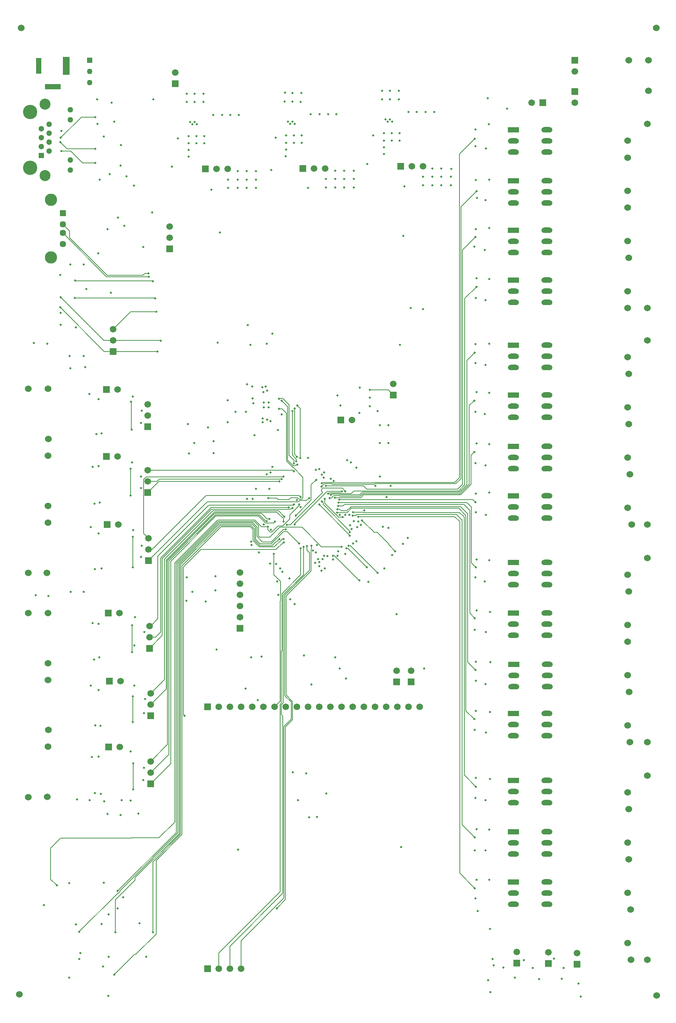
<source format=gbr>
%TF.GenerationSoftware,Altium Limited,Altium Designer,19.1.5 (86)*%
G04 Layer_Physical_Order=2*
G04 Layer_Color=36540*
%FSLAX26Y26*%
%MOIN*%
%TF.FileFunction,Copper,L2,Inr,Signal*%
%TF.Part,Single*%
G01*
G75*
%TA.AperFunction,Conductor*%
%ADD53C,0.006000*%
%TA.AperFunction,ComponentPad*%
%ADD56R,0.050000X0.050000*%
%ADD57C,0.050000*%
%ADD58R,0.059055X0.059055*%
%ADD59C,0.059055*%
%ADD60R,0.059055X0.059055*%
%ADD61R,0.100000X0.050000*%
%ADD62O,0.100000X0.050000*%
%ADD63C,0.110236*%
%ADD64C,0.057087*%
%ADD65R,0.057087X0.057087*%
%ADD66C,0.060000*%
%ADD67R,0.139764X0.051181*%
%ADD68R,0.051181X0.139764*%
%ADD69R,0.061024X0.161417*%
%ADD70R,0.051181X0.051181*%
%ADD71C,0.051181*%
%ADD72C,0.127953*%
%ADD73C,0.098425*%
%TA.AperFunction,ViaPad*%
%ADD74C,0.060000*%
%ADD75C,0.020000*%
%ADD76C,0.019685*%
D53*
X3870899Y5421000D02*
X3947130D01*
X3875870Y5409000D02*
X3942160D01*
X4327130D02*
X5054000D01*
X3947160Y5404000D02*
X4322130D01*
X3942160Y5409000D02*
X3947160Y5404000D01*
X4322159Y5421000D02*
X5044000D01*
X3952130Y5416000D02*
X4317159D01*
X3947130Y5421000D02*
X3952130Y5416000D01*
X5054000Y5409000D02*
X5100000Y5455000D01*
X5044000Y5421000D02*
X5088000Y5465000D01*
X4317159Y5416000D02*
X4322159Y5421000D01*
X4322130Y5404000D02*
X4327130Y5409000D01*
X2295000Y5530000D02*
X3595000D01*
X3605000Y5520000D01*
X3425000Y4591870D02*
Y4780000D01*
Y4591870D02*
X3484000Y4532870D01*
X3504000Y5469000D02*
X3510000Y5475000D01*
X2279514Y5469000D02*
X3504000D01*
X3494000Y5449000D02*
X3495000Y5450000D01*
X2397030Y5449000D02*
X3494000D01*
X2256472Y5445959D02*
X2279514Y5469000D01*
X2377030Y5429000D02*
X2397030Y5449000D01*
X2295000Y5330000D02*
X2395000Y5430000D01*
X3475000D01*
X3497000Y3912285D02*
Y4425000D01*
X3509000Y3443486D02*
Y4414000D01*
X3521000Y3510970D02*
Y4409029D01*
X3533000Y3515941D02*
Y4403000D01*
X3484000Y4362130D02*
Y4532870D01*
X3479472Y4357602D02*
X3484000Y4362130D01*
X3479472Y3459472D02*
Y4357602D01*
X3430000Y3410000D02*
X3479472Y3459472D01*
X3533000Y3515941D02*
X3591472Y3457469D01*
X3533000Y4403000D02*
X3756000Y4626000D01*
X3521000Y3510970D02*
X3579472Y3452498D01*
X3521000Y4409029D02*
X3744000Y4632029D01*
X3509000Y4414000D02*
X3690000Y4595000D01*
X3491472Y3425959D02*
X3509000Y3443486D01*
X3497000Y4425000D02*
X3665000Y4593000D01*
X3491472Y3906757D02*
X3497000Y3912285D01*
X3491472Y3442929D02*
Y3906757D01*
X3479472Y3430929D02*
X3491472Y3442929D01*
X4012000Y5268000D02*
X5207000D01*
X4010000Y5266000D02*
X4012000Y5268000D01*
X4203130Y5285000D02*
X4227130Y5309000D01*
X4012218Y5285000D02*
X4203130D01*
X4012218Y5285000D02*
X4012218Y5285000D01*
X3970000Y5285000D02*
X4012218D01*
X3970000Y5285000D02*
X3970000Y5285000D01*
X4017189Y5297000D02*
X4198159D01*
X4022160Y5309000D02*
X4193189D01*
X4117971Y5321000D02*
X4141971Y5345000D01*
X4027130Y5321000D02*
X4117971D01*
X4020130Y5328000D02*
X4027130Y5321000D01*
X3927130Y5328000D02*
X4020130D01*
X3922809Y5323679D02*
X3927130Y5328000D01*
X3911909Y5323679D02*
X3922809D01*
X3909231Y5321000D02*
X3911909Y5323679D01*
X4035000Y5340000D02*
X4035000Y5340000D01*
X3901361Y5340000D02*
X4035000D01*
X4198159Y5297000D02*
X4222159Y5321000D01*
X4193189Y5309000D02*
X4217189Y5333000D01*
X3322278Y4887397D02*
X3399267D01*
X3274000Y4935674D02*
X3322278Y4887397D01*
X3274000Y4935674D02*
Y5020485D01*
X4036000Y5369000D02*
X4065000Y5340000D01*
X3862130Y5369000D02*
X4036000D01*
X4010189Y5304000D02*
X4017189Y5297000D01*
X3962130Y5304000D02*
X4010189D01*
X4015160Y5316000D02*
X4022160Y5309000D01*
X3942000Y5316000D02*
X4015160D01*
X4005000Y5240000D02*
X5155000D01*
X5126000Y5224000D02*
X5180000Y5170000D01*
X4057130Y5224000D02*
X5126000D01*
X4043130Y5210000D02*
X4057130Y5224000D01*
X3610000Y5048639D02*
X3901361Y5340000D01*
X5207000Y5268000D02*
X5230000Y5245000D01*
X3890000Y5390000D02*
X4226870D01*
X4000000Y5210000D02*
X4043130D01*
X3995000Y5180000D02*
X4015425D01*
X3990000Y5150000D02*
X4080000D01*
X3880000Y5233130D02*
X4003130Y5110000D01*
X4040000D01*
X4226870Y5390000D02*
X4256870Y5360000D01*
X4227130Y5151000D02*
X5089000D01*
X4223130Y5155000D02*
X4227130Y5151000D01*
X4135000Y5155000D02*
X4223130D01*
X5081000Y5189000D02*
X5145000Y5125000D01*
X4119000Y5189000D02*
X5081000D01*
X4080000Y5150000D02*
X4119000Y5189000D01*
X5089000Y5151000D02*
X5130000Y5110000D01*
X5096000Y5204000D02*
X5160000Y5140000D01*
X4117029Y5204000D02*
X5096000D01*
X4078454Y5165425D02*
X4117029Y5204000D01*
X5145000Y3375000D02*
Y5125000D01*
X5160000Y3810000D02*
Y5140000D01*
X3830000Y5223130D02*
X4105000Y4948130D01*
X3830000Y5223130D02*
Y5225000D01*
X4105000Y4945000D02*
Y4948130D01*
Y4975000D02*
Y4985000D01*
X3868000Y5222000D02*
X4105000Y4985000D01*
X3297645Y4929000D02*
X3387130D01*
X3286000Y4940645D02*
X3297645Y4929000D01*
X3286000Y4940645D02*
Y5035000D01*
X3851870Y4845000D02*
X4030000D01*
X3675870Y5021000D02*
X3851870Y4845000D01*
X3955000Y4765000D02*
X3968130D01*
X4188130Y4545000D01*
X4190000D01*
X2904912Y5119000D02*
X3287870D01*
X3350870Y5056000D01*
X3421000D01*
X3435000Y5070000D01*
X3295000Y5131000D02*
X3351000Y5075000D01*
X3315000Y5143000D02*
X3363000Y5095000D01*
X3351000Y5075000D02*
X3360000D01*
X3363000Y5095000D02*
X3385000D01*
X2894970Y5143000D02*
X3315000D01*
X2819000Y5304000D02*
X3651000D01*
X2335000Y4820000D02*
X2819000Y5304000D01*
X3597000Y5217000D02*
X3605000Y5225000D01*
X2842000Y5217000D02*
X3597000D01*
X3568000Y5129971D02*
X3650000Y5211971D01*
Y5225000D01*
X2385000Y4760000D02*
X2842000Y5217000D01*
X2863000Y5198000D02*
X3557000D01*
X2864485Y5179000D02*
X3575212D01*
X3466883Y5167000D02*
X3518883Y5115000D01*
X2877000Y5167000D02*
X3466883D01*
X2445000Y4735000D02*
X2877000Y5167000D01*
X3451870Y5155000D02*
X3510000Y5096870D01*
X2890000Y5155000D02*
X3451870D01*
X2460000Y4725000D02*
X2890000Y5155000D01*
X2472000Y4720029D02*
X2894970Y5143000D01*
X2899941Y5131000D02*
X3295000D01*
X2485000Y4716059D02*
X2899941Y5131000D01*
X2500000Y4714088D02*
X2904912Y5119000D01*
X3597130Y5571000D02*
X3612870D01*
X3619191Y5577321D01*
X3632321D01*
X3635000Y5580000D01*
X3610000Y5671971D02*
Y6085000D01*
Y5671971D02*
X3630971Y5651000D01*
X3635000Y6110000D02*
X3660000Y6085000D01*
Y5640000D02*
Y6085000D01*
X3590000Y5665101D02*
X3625000Y5630101D01*
X3590000Y5665101D02*
Y6060000D01*
X3625000Y5610000D02*
Y5630101D01*
X3549000Y5619130D02*
X3597130Y5571000D01*
X3549000Y5619130D02*
Y6101000D01*
X3537000Y5614159D02*
X3592160Y5559000D01*
X3537000Y5614159D02*
Y6040000D01*
X3684000Y5282130D02*
Y5467870D01*
X3592870Y5559000D02*
X3684000Y5467870D01*
X3592160Y5559000D02*
X3592870D01*
X3605000Y5590000D02*
Y5620000D01*
X3561000Y5664000D02*
X3605000Y5620000D01*
X3561000Y5664000D02*
Y6115870D01*
X4110000Y4855000D02*
X4355000Y4610000D01*
X4095000Y4855000D02*
X4110000D01*
X4087500Y4830000D02*
X4257500Y4660000D01*
X4075000Y4830000D02*
X4087500D01*
X4141971Y5345000D02*
X5081485D01*
X3935000Y5309000D02*
X3942000Y5316000D01*
X3938130Y5280000D02*
X3962130Y5304000D01*
X3925000Y5280000D02*
X3938130D01*
X3610000Y5045000D02*
Y5048639D01*
X2296000Y5429000D02*
X2377030D01*
X3375000Y5280000D02*
X3450000D01*
X3464000Y5266000D01*
X3557870D02*
X3575870Y5284000D01*
X3637870D01*
X3464000Y5266000D02*
X3557870D01*
X3405754Y4976357D02*
X3460397Y5031000D01*
X3390014Y4976357D02*
X3405754D01*
X3370000Y4996372D02*
X3390014Y4976357D01*
X3370000Y4996372D02*
Y5025000D01*
X3313000D02*
X3370000D01*
X3255000Y5083000D02*
X3313000Y5025000D01*
X3460397Y5031000D02*
X3504130D01*
X3387130Y4929000D02*
X3477130Y5019000D01*
X3428870Y4842000D02*
X3501870Y4915000D01*
X3295118Y4842000D02*
X3428870D01*
X3238000Y4899118D02*
X3295118Y4842000D01*
X3501870Y4915000D02*
X3510000D01*
X3399267Y4887397D02*
X3511000Y4999130D01*
X3399267Y4870426D02*
X3509840Y4981000D01*
X3300633Y4870426D02*
X3399267D01*
X3262000Y4909059D02*
X3300633Y4870426D01*
X3450000Y4890000D02*
X3475000Y4915000D01*
X3443130Y4890000D02*
X3450000D01*
X3407130Y4854000D02*
X3443130Y4890000D01*
X3300088Y4854000D02*
X3407130D01*
X3250000Y4904088D02*
X3300088Y4854000D01*
X3262000Y4909059D02*
Y5015515D01*
X3250000Y4904088D02*
Y5005000D01*
X3238000Y4899118D02*
Y5000029D01*
X3510000Y4885000D02*
X3512559D01*
X3477130Y5019000D02*
X3512840D01*
X3445000Y4820000D02*
X3510000Y4885000D01*
X1677130Y1392130D02*
X2026000Y1741000D01*
X2032870D01*
X3450000Y1605000D02*
X3527472Y1682472D01*
Y3230000D01*
X3130000Y1311870D02*
X3515472Y1697342D01*
X3130000Y1065000D02*
Y1311870D01*
X3515472Y1697342D02*
Y3235000D01*
X3527472Y3230000D02*
X3591472Y3294000D01*
X5088000Y8363000D02*
X5225000Y8500000D01*
X5088000Y5465000D02*
Y8363000D01*
X2044000Y1752130D02*
Y1759000D01*
X2032870Y1741000D02*
X2044000Y1752130D01*
X3497000Y6080000D02*
X3537000Y6040000D01*
X3470000Y6080000D02*
X3497000D01*
X3495000Y6155000D02*
X3549000Y6101000D01*
X3502870Y6174000D02*
X3561000Y6115870D01*
X3509840Y4981000D02*
X3539000D01*
X4256870Y5360000D02*
X5070000D01*
X4217189Y5333000D02*
X5086456D01*
X4222159Y5321000D02*
X5091426D01*
X4227130Y5309000D02*
X5096397D01*
X5070000Y5360000D02*
X5115000Y5405000D01*
X5086456Y5333000D02*
X5155000Y5401544D01*
X5081485Y5345000D02*
X5135000Y5398515D01*
X5155000Y5240000D02*
X5195000Y5200000D01*
X5061000Y5134000D02*
X5110000Y5085000D01*
X4165329Y5134000D02*
X5061000D01*
X4156329Y5125000D02*
X4165329Y5134000D01*
X4130000Y5125000D02*
X4156329D01*
X4180000Y5115000D02*
X5045000D01*
X2256472Y4963528D02*
Y5445959D01*
Y4963528D02*
X2300000Y4920000D01*
X3503472Y1738472D02*
Y3328716D01*
X3030000Y1265000D02*
X3503472Y1738472D01*
X3030000Y1065000D02*
Y1265000D01*
X2930000Y1065000D02*
Y1205000D01*
X3479472Y1754472D01*
X4215000Y5080000D02*
X4322492Y4972508D01*
X2337500Y7227500D02*
X2340000Y7225000D01*
X1925669Y7265000D02*
X2305000D01*
X1647500Y7227500D02*
X2337500D01*
X1535039Y7655630D02*
X1925669Y7265000D01*
X1645000Y7230000D02*
X1647500Y7227500D01*
X2268000Y7295000D02*
X2300000D01*
X2165000Y2670000D02*
Y2905000D01*
X2160000Y3275000D02*
Y3505000D01*
X2155000Y3900000D02*
Y4140000D01*
X2159744Y4934744D02*
X2160000Y4935000D01*
X2159744Y4659744D02*
Y4934744D01*
X2159488Y4659488D02*
X2159744Y4659744D01*
X2140000Y5305000D02*
Y5545000D01*
X1535039Y7734370D02*
X1595000Y7674409D01*
Y7612640D02*
Y7674409D01*
Y7612640D02*
X1930640Y7277000D01*
X2250000D01*
X2268000Y7295000D01*
X2407500Y6692500D02*
X2410000Y6690000D01*
X1987500Y6692500D02*
X2407500D01*
X1985000Y6695000D02*
X1987500Y6692500D01*
X1985000Y6595000D02*
X2380000D01*
X1985000Y6795000D02*
X2140000Y6950000D01*
X2370000D01*
X1640000Y7075000D02*
X1642500Y7072500D01*
X2357500D01*
X2360000Y7070000D01*
X4322492Y4972508D02*
X4349362D01*
X4452596Y4869274D01*
Y4862404D02*
Y4869274D01*
Y4862404D02*
X4510000Y4805000D01*
X3867578Y5417679D02*
X3870899Y5421000D01*
X3857679Y5417679D02*
X3867578D01*
X3851000Y5342130D02*
Y5357870D01*
Y5342130D02*
X3859080Y5334050D01*
Y5329080D02*
Y5334050D01*
X3570000Y5040000D02*
X3859080Y5329080D01*
X3851870Y5385000D02*
X3875870Y5409000D01*
X3855000Y5415000D02*
X3857679Y5417679D01*
X5190000Y5402603D02*
Y5665000D01*
X5096397Y5309000D02*
X5190000Y5402603D01*
X5175000Y5404574D02*
Y6110000D01*
X5091426Y5321000D02*
X5175000Y5404574D01*
X5155000Y5401544D02*
Y6515000D01*
X5045000Y5115000D02*
X5090000Y5070000D01*
X2615000Y4665000D02*
X2770000Y4820000D01*
X2615000Y4665000D02*
X2615000Y3340000D01*
X2625000Y3330000D01*
X2770000Y4820000D02*
X3445000D01*
X3470000Y6170000D02*
X3472679Y6172679D01*
X3485809D01*
X2295000Y5430000D02*
X2296000Y5429000D01*
X3302870Y5246000D02*
X3644130D01*
X3657130Y5259000D02*
X3719000D01*
X3740000Y5280000D01*
X3644130Y5246000D02*
X3657130Y5259000D01*
X3651000Y5304000D02*
X3665000Y5290000D01*
X3672870Y5271000D02*
X3684000Y5282130D01*
X3650870Y5271000D02*
X3672870D01*
X3637870Y5284000D02*
X3650870Y5271000D01*
X3487130Y6174000D02*
X3502870D01*
X3485809Y6172679D02*
X3487130Y6174000D01*
X3620000Y5125000D02*
X3759000Y5264000D01*
Y5399000D01*
X3805000Y5445000D01*
X4030000Y5165425D02*
X4078454D01*
X3855000Y5249130D02*
Y5250000D01*
X4015425Y5180000D02*
X4030000Y5165425D01*
X3880000Y5233130D02*
Y5275000D01*
X3855000Y5249130D02*
X3868000Y5236130D01*
Y5222000D02*
Y5236130D01*
X3756000Y4626000D02*
Y4817870D01*
X3744000Y4632029D02*
Y4789671D01*
X3720000Y4813671D02*
X3744000Y4789671D01*
X3720000Y4813671D02*
Y4850000D01*
X3756000Y4817870D02*
X3760000Y4821870D01*
X3510000Y5070000D02*
Y5096870D01*
X3514840Y5021000D02*
X3675870D01*
X3504130Y5031000D02*
X3568000Y5094870D01*
Y5129971D01*
X3512840Y5019000D02*
X3514840Y5021000D01*
X3540000Y5040000D02*
X3570000D01*
X3690000Y4595000D02*
Y4845000D01*
X3760000Y4821870D02*
Y4855000D01*
X4450000Y6250000D02*
X4495000Y6205000D01*
X4285000Y6250000D02*
X4450000D01*
X3591472Y3294000D02*
Y3457469D01*
X3579472Y3299000D02*
Y3452498D01*
X3491472Y3340716D02*
Y3425959D01*
Y3340716D02*
X3503472Y3328716D01*
X3479472Y1754472D02*
Y3430929D01*
X3515472Y3235000D02*
X3579472Y3299000D01*
X3665000Y4593000D02*
Y4830000D01*
X3586212Y5190000D02*
X3590000D01*
X3545000Y4980000D02*
X3650000Y4875000D01*
X3540000Y4980000D02*
X3545000D01*
X2188839Y1193839D02*
X2370000Y1375000D01*
X2178839Y1193839D02*
X2188839D01*
X1995000Y1010000D02*
X2178839Y1193839D01*
X2370000Y1375000D02*
Y2034089D01*
X2601000Y2265088D01*
Y4672148D01*
X2951852Y5023000D01*
X3215030D01*
X3238000Y5000029D01*
X2340000Y1390000D02*
Y2021059D01*
X2589000Y2270059D01*
Y4684148D01*
X2939852Y5035000D01*
X3220000D01*
X3250000Y5005000D01*
X3851000Y5357870D02*
X3862130Y5369000D01*
X2005000Y1390000D02*
Y1680000D01*
X2180985Y1855985D01*
Y1879015D01*
X2577000Y2275030D01*
Y4689118D01*
X2934882Y5047000D01*
X3230515D01*
X3262000Y5015515D01*
X3539000Y4981000D02*
X3540000Y4980000D01*
X2044000Y1759000D02*
X2565000Y2280000D01*
Y4694088D01*
X2929912Y5059000D01*
X3235485D01*
X3274000Y5020485D01*
X2924941Y5071000D02*
X3250000D01*
X2919970Y5083000D02*
X3255000D01*
X2550000Y4696059D02*
X2924941Y5071000D01*
X3250000D02*
X3286000Y5035000D01*
X2425000Y4739515D02*
X2864485Y5179000D01*
X2536000Y4699029D02*
X2919970Y5083000D01*
X3511000Y4999130D02*
X3529130D01*
X2025000Y1760000D02*
X2550000Y2285000D01*
Y4696059D01*
X2536000Y2377059D02*
Y4699029D01*
X2500000Y2900000D02*
Y4714088D01*
X2485000Y2985000D02*
Y4716059D01*
X2394941Y2236000D02*
X2536000Y2377059D01*
X2320000Y2720000D02*
X2500000Y2900000D01*
X2320000Y2820000D02*
X2485000Y2985000D01*
X1425000Y1865000D02*
X1480000Y1810000D01*
X1425000Y1865000D02*
Y2145000D01*
X1515000Y2235000D01*
X2144000D01*
X2145000Y2236000D01*
X2394941D01*
X2300000Y4820000D02*
X2335000D01*
X2826000Y5246000D02*
X3301000D01*
X2300000Y4720000D02*
X2826000Y5246000D01*
X2472000Y3072000D02*
Y4720029D01*
X2460000Y3570000D02*
Y4725000D01*
X2320000Y3430000D02*
X2460000Y3570000D01*
X2320000Y2920000D02*
X2472000Y3072000D01*
X2445000Y3655000D02*
Y4735000D01*
X2320000Y3530000D02*
X2445000Y3655000D01*
X2320000Y4135000D02*
X2385000Y4200000D01*
X2310000Y4135000D02*
X2320000D01*
X2385000Y4200000D02*
Y4760000D01*
X2310000Y4035000D02*
X2365000D01*
X2410000Y4080000D02*
Y4745000D01*
X2365000Y4035000D02*
X2410000Y4080000D01*
X2310000Y3935000D02*
X2425000Y4050000D01*
Y4739515D01*
X3575212Y5179000D02*
X3586212Y5190000D01*
X2410000Y4745000D02*
X2863000Y5198000D01*
X5090000Y1920000D02*
Y5070000D01*
Y1920000D02*
X5225000Y1785000D01*
X5110000Y2355000D02*
Y5085000D01*
Y2355000D02*
X5225000Y2240000D01*
X5130000Y2800000D02*
Y5110000D01*
Y2800000D02*
X5235000Y2695000D01*
X5145000Y3375000D02*
X5220000Y3300000D01*
X5180000Y4250000D02*
Y5170000D01*
X5195000Y4700000D02*
Y5200000D01*
X5160000Y3810000D02*
X5230000Y3740000D01*
X5180000Y4250000D02*
X5225000Y4205000D01*
X5195000Y4700000D02*
X5235000Y4660000D01*
X5100000Y5455000D02*
Y7890000D01*
X5115000Y5405000D02*
Y7505000D01*
X5230000Y7620000D01*
X5100000Y7890000D02*
X5240000Y8030000D01*
X3850000Y5385000D02*
X3851870D01*
X5155000Y6515000D02*
X5225000Y6585000D01*
X5190000Y5665000D02*
X5220000Y5695000D01*
X5175000Y6110000D02*
X5220000Y6155000D01*
X5135000Y7070000D02*
X5135000Y5398515D01*
X5135000Y7070000D02*
X5240000Y7175000D01*
X2147500Y5897500D02*
X2150000Y5895000D01*
X2147500Y5897500D02*
Y6142500D01*
X2145000Y6145000D02*
X2147500Y6142500D01*
X1900000Y6695000D02*
X1985000D01*
X1515000Y7080000D02*
X1900000Y6695000D01*
X1905000Y6595000D02*
X1985000D01*
X1510000Y6990000D02*
X1905000Y6595000D01*
X1700000Y8695000D02*
X1825000D01*
X1515000Y8510000D02*
X1700000Y8695000D01*
X1510000Y8470000D02*
X1570000Y8410000D01*
X1825000D01*
X1605000Y8390000D02*
X1710000Y8285000D01*
X1825000D01*
X1520000Y8390000D02*
X1605000D01*
D56*
X1775000Y9205000D02*
D03*
D57*
Y9105000D02*
D03*
Y9005000D02*
D03*
D58*
X5835000Y8825000D02*
D03*
X2810000Y8230000D02*
D03*
X3685000Y8235000D02*
D03*
X4560000Y8253780D02*
D03*
X4025000Y5980000D02*
D03*
X2830000Y3410000D02*
D03*
Y1065000D02*
D03*
X1945000Y3050000D02*
D03*
X1950000Y3640000D02*
D03*
X1940000Y4250000D02*
D03*
X1930000Y5045000D02*
D03*
X1925000Y5655000D02*
D03*
Y6255000D02*
D03*
D59*
X5735000Y8825000D02*
D03*
X2910000Y8230000D02*
D03*
X3010000D02*
D03*
X3785000Y8235000D02*
D03*
X3885000D02*
D03*
X4660000Y8253780D02*
D03*
X4760000D02*
D03*
X2490000Y7615000D02*
D03*
Y7715000D02*
D03*
X4495000Y6305000D02*
D03*
X1985000Y6695000D02*
D03*
Y6795000D02*
D03*
X2320000Y2820000D02*
D03*
Y2920000D02*
D03*
Y3430000D02*
D03*
Y3530000D02*
D03*
X2310000Y4035000D02*
D03*
Y4135000D02*
D03*
X4125000Y5980000D02*
D03*
X2300000Y4820000D02*
D03*
Y4920000D02*
D03*
X2295000Y5430000D02*
D03*
Y5530000D02*
D03*
Y6020000D02*
D03*
Y6120000D02*
D03*
X4655000Y3735000D02*
D03*
X4525000D02*
D03*
X2930000Y3410000D02*
D03*
X3030000D02*
D03*
X3130000D02*
D03*
X3230000D02*
D03*
X3330000D02*
D03*
X3430000D02*
D03*
X3530000D02*
D03*
X3630000D02*
D03*
X3730000D02*
D03*
X3830000D02*
D03*
X3930000D02*
D03*
X4030000D02*
D03*
X4130000D02*
D03*
X4230000D02*
D03*
X4330000D02*
D03*
X4430000D02*
D03*
X4530000D02*
D03*
X4630000D02*
D03*
X4730000D02*
D03*
X3130000Y1065000D02*
D03*
X3030000D02*
D03*
X2930000D02*
D03*
X2045000Y3050000D02*
D03*
X2050000Y3640000D02*
D03*
X2040000Y4250000D02*
D03*
X2030000Y5045000D02*
D03*
X2025000Y5655000D02*
D03*
Y6255000D02*
D03*
X6120000Y9105000D02*
D03*
X2540000Y9095000D02*
D03*
X6120000Y8825000D02*
D03*
X3120000Y4215000D02*
D03*
Y4315000D02*
D03*
Y4415000D02*
D03*
Y4515000D02*
D03*
Y4615000D02*
D03*
X6140000Y1205000D02*
D03*
X5885000Y1210000D02*
D03*
X5600000Y1215000D02*
D03*
D60*
X2490000Y7515000D02*
D03*
X4495000Y6205000D02*
D03*
X1985000Y6595000D02*
D03*
X2320000Y2720000D02*
D03*
Y3330000D02*
D03*
X2310000Y3935000D02*
D03*
X2300000Y4720000D02*
D03*
X2295000Y5330000D02*
D03*
Y5920000D02*
D03*
X4655000Y3635000D02*
D03*
X4525000D02*
D03*
X6120000Y9205000D02*
D03*
X2540000Y8995000D02*
D03*
X6120000Y8925000D02*
D03*
X3120000Y4115000D02*
D03*
X6140000Y1105000D02*
D03*
X5885000Y1110000D02*
D03*
X5600000Y1115000D02*
D03*
D61*
X5570000Y1840000D02*
D03*
Y2290000D02*
D03*
Y2750000D02*
D03*
Y3350000D02*
D03*
X5575000Y3790000D02*
D03*
X5570000Y4250000D02*
D03*
Y4705000D02*
D03*
Y5300000D02*
D03*
Y5745000D02*
D03*
Y6205000D02*
D03*
Y6650000D02*
D03*
Y7235000D02*
D03*
Y7680000D02*
D03*
Y8125000D02*
D03*
Y8580000D02*
D03*
D62*
Y1740000D02*
D03*
Y1640000D02*
D03*
X5870000Y1840000D02*
D03*
Y1740000D02*
D03*
Y1640000D02*
D03*
X5570000Y2190000D02*
D03*
Y2090000D02*
D03*
X5870000Y2290000D02*
D03*
Y2190000D02*
D03*
Y2090000D02*
D03*
X5570000Y2650000D02*
D03*
Y2550000D02*
D03*
X5870000Y2750000D02*
D03*
Y2650000D02*
D03*
Y2550000D02*
D03*
X5570000Y3250000D02*
D03*
Y3150000D02*
D03*
X5870000Y3350000D02*
D03*
Y3250000D02*
D03*
Y3150000D02*
D03*
X5575000Y3690000D02*
D03*
Y3590000D02*
D03*
X5875000Y3790000D02*
D03*
Y3690000D02*
D03*
Y3590000D02*
D03*
X5570000Y4150000D02*
D03*
Y4050000D02*
D03*
X5870000Y4250000D02*
D03*
Y4150000D02*
D03*
Y4050000D02*
D03*
X5570000Y4605000D02*
D03*
Y4505000D02*
D03*
X5870000Y4705000D02*
D03*
Y4605000D02*
D03*
Y4505000D02*
D03*
X5570000Y5200000D02*
D03*
Y5100000D02*
D03*
X5870000Y5300000D02*
D03*
Y5200000D02*
D03*
Y5100000D02*
D03*
X5570000Y5645000D02*
D03*
Y5545000D02*
D03*
X5870000Y5745000D02*
D03*
Y5645000D02*
D03*
Y5545000D02*
D03*
X5570000Y6105000D02*
D03*
Y6005000D02*
D03*
X5870000Y6205000D02*
D03*
Y6105000D02*
D03*
Y6005000D02*
D03*
X5570000Y6550000D02*
D03*
Y6450000D02*
D03*
X5870000Y6650000D02*
D03*
Y6550000D02*
D03*
Y6450000D02*
D03*
X5570000Y7135000D02*
D03*
Y7035000D02*
D03*
X5870000Y7235000D02*
D03*
Y7135000D02*
D03*
Y7035000D02*
D03*
X5570000Y7580000D02*
D03*
Y7480000D02*
D03*
X5870000Y7680000D02*
D03*
Y7580000D02*
D03*
Y7480000D02*
D03*
X5570000Y8025000D02*
D03*
Y7925000D02*
D03*
X5870000Y8125000D02*
D03*
Y8025000D02*
D03*
Y7925000D02*
D03*
X5570000Y8480000D02*
D03*
Y8380000D02*
D03*
X5870000Y8580000D02*
D03*
Y8480000D02*
D03*
Y8380000D02*
D03*
D63*
X1428347Y7436339D02*
D03*
Y7953661D02*
D03*
D64*
X1535039Y7557205D02*
D03*
Y7655630D02*
D03*
Y7734370D02*
D03*
D65*
Y7832795D02*
D03*
D66*
X1223976Y2600000D02*
D03*
Y4251575D02*
D03*
X6771024Y2795000D02*
D03*
Y1143425D02*
D03*
X6770000Y4745000D02*
D03*
Y3093425D02*
D03*
X1223976Y4610000D02*
D03*
Y6261575D02*
D03*
X6771024Y6695000D02*
D03*
Y5043425D02*
D03*
X6780000Y9205000D02*
D03*
Y8931378D02*
D03*
X6771024Y8635000D02*
D03*
Y6983425D02*
D03*
D67*
X1444921Y8966024D02*
D03*
D68*
X1316968Y9155000D02*
D03*
D69*
X1563032D02*
D03*
D70*
X1339921Y8349213D02*
D03*
D71*
X1410000Y8630315D02*
D03*
Y8389370D02*
D03*
X1339921Y8590157D02*
D03*
Y8429528D02*
D03*
X1410000Y8550000D02*
D03*
Y8469685D02*
D03*
X1339921Y8509843D02*
D03*
X1599764Y8759843D02*
D03*
Y8219685D02*
D03*
Y8669685D02*
D03*
Y8309843D02*
D03*
D72*
X1239921Y8239764D02*
D03*
Y8739764D02*
D03*
D73*
X1374961Y8169882D02*
D03*
Y8809646D02*
D03*
D74*
X1145000Y835000D02*
D03*
X6855000Y825000D02*
D03*
X6850000Y9495000D02*
D03*
X1160000D02*
D03*
X1400000Y3055000D02*
D03*
Y3650000D02*
D03*
Y4250000D02*
D03*
Y5060000D02*
D03*
Y5660000D02*
D03*
Y6260000D02*
D03*
X6595000Y1295000D02*
D03*
Y1745000D02*
D03*
Y2195000D02*
D03*
Y2645000D02*
D03*
X6593976Y3245000D02*
D03*
Y3695000D02*
D03*
Y4145000D02*
D03*
Y4595000D02*
D03*
X6595000Y5195000D02*
D03*
Y5645000D02*
D03*
Y6095000D02*
D03*
Y6545000D02*
D03*
Y7135000D02*
D03*
Y7585000D02*
D03*
Y8035000D02*
D03*
Y8485000D02*
D03*
X1395000Y2605000D02*
D03*
X1405000Y3205000D02*
D03*
X1400000Y3800000D02*
D03*
X1390000Y4610000D02*
D03*
X1400000Y5210000D02*
D03*
X1405000Y5810000D02*
D03*
X6625000Y1145000D02*
D03*
X6620000Y1595000D02*
D03*
X6605000Y2045000D02*
D03*
Y2495000D02*
D03*
X6613976Y3095000D02*
D03*
X6608976Y3545000D02*
D03*
X6593976Y3995000D02*
D03*
X6603976Y4445000D02*
D03*
X6630000Y5045000D02*
D03*
X6615000Y5495000D02*
D03*
X6605000Y5945000D02*
D03*
Y6395000D02*
D03*
X6595000Y6985000D02*
D03*
X6605000Y7435000D02*
D03*
X6595000Y7885000D02*
D03*
Y8330000D02*
D03*
X6605000Y9205000D02*
D03*
D75*
X4415000Y4650000D02*
D03*
X4065000Y4780000D02*
D03*
X4470000Y5390000D02*
D03*
X4335000D02*
D03*
X4115000Y5600000D02*
D03*
X4080000Y5620000D02*
D03*
X3395000Y5510000D02*
D03*
X3360000Y5495000D02*
D03*
X3235000Y5275000D02*
D03*
X3185000D02*
D03*
X3290000Y4795000D02*
D03*
X3220000Y4890000D02*
D03*
X3445000Y4690000D02*
D03*
X3500000Y4620000D02*
D03*
X3565000Y4560000D02*
D03*
X3880000Y4650000D02*
D03*
X3850000Y4630000D02*
D03*
X3510000Y5475000D02*
D03*
X3495000Y5450000D02*
D03*
X3475000Y5430000D02*
D03*
X3465000Y4415000D02*
D03*
X4400000Y5025000D02*
D03*
X3935000Y5455000D02*
D03*
X3875000Y5510000D02*
D03*
X3830000Y5540000D02*
D03*
X3855000Y5490000D02*
D03*
X3800000Y5535000D02*
D03*
X3870000Y5465000D02*
D03*
X4010000Y5266000D02*
D03*
X4035000Y5340000D02*
D03*
X4065000D02*
D03*
X4005000Y5240000D02*
D03*
X3909231Y5321000D02*
D03*
X3960000Y5435000D02*
D03*
X4000000Y5210000D02*
D03*
X3995000Y5180000D02*
D03*
X3990000Y5150000D02*
D03*
X4015000Y5130000D02*
D03*
X4065000D02*
D03*
X3970000Y5285000D02*
D03*
X4235000Y5170000D02*
D03*
X4120000Y5003846D02*
D03*
X4105000Y4975000D02*
D03*
Y4945000D02*
D03*
X4030000Y4845000D02*
D03*
X4000000Y4805000D02*
D03*
X3995000Y4765000D02*
D03*
X3360000Y5075000D02*
D03*
X3385000Y5095000D02*
D03*
Y5365000D02*
D03*
X3605000Y5225000D02*
D03*
X3650000D02*
D03*
X3557000Y5198000D02*
D03*
X3635000Y5580000D02*
D03*
X3605000Y5520000D02*
D03*
X3660000Y5640000D02*
D03*
X3605000Y5590000D02*
D03*
X3625000Y5610000D02*
D03*
X3630971Y5651000D02*
D03*
X4095000Y4855000D02*
D03*
X4075000Y4830000D02*
D03*
X3955000Y4765000D02*
D03*
Y4730000D02*
D03*
X3905000Y4760000D02*
D03*
X3875000Y4765000D02*
D03*
X3830000Y4708000D02*
D03*
X4165000Y4895000D02*
D03*
X4135000Y4875000D02*
D03*
X4449747Y5014746D02*
D03*
X3935000Y5309000D02*
D03*
X3730000Y5640000D02*
D03*
X3375000Y5280000D02*
D03*
X3225000Y4860000D02*
D03*
X3370000Y5025000D02*
D03*
X3335000Y5045000D02*
D03*
X3397884Y4995357D02*
D03*
X3510000Y4915000D02*
D03*
X3475000D02*
D03*
X3512559Y4885000D02*
D03*
X3425000Y4780000D02*
D03*
X3480000Y4650000D02*
D03*
X4450000Y5775000D02*
D03*
Y5935000D02*
D03*
X4375000D02*
D03*
Y5775000D02*
D03*
X1940000Y820000D02*
D03*
X1650000Y1460000D02*
D03*
X1945000Y1550000D02*
D03*
X1680000Y1395000D02*
D03*
X3450000Y1605000D02*
D03*
X4485472Y8655000D02*
D03*
X4465472Y8675000D02*
D03*
X4445472Y8655000D02*
D03*
X4425472Y8675000D02*
D03*
X4785000Y8740000D02*
D03*
X3910000Y8720000D02*
D03*
X3550000Y8655000D02*
D03*
X3570000Y8635000D02*
D03*
X3590000Y8655000D02*
D03*
X3610000Y8635000D02*
D03*
X3035000Y8715000D02*
D03*
X2735000Y8630000D02*
D03*
X2715000Y8650000D02*
D03*
X2695000Y8630000D02*
D03*
X1775000Y2575000D02*
D03*
X1880000Y1465000D02*
D03*
X3665000Y5200000D02*
D03*
X3330000Y6230000D02*
D03*
X3365000Y6245000D02*
D03*
X1800000Y5560000D02*
D03*
X2270000Y3480000D02*
D03*
X1405000Y4405000D02*
D03*
X4257500Y4660000D02*
D03*
X3695000Y3870000D02*
D03*
X5345000Y960000D02*
D03*
X1815000Y3835000D02*
D03*
X2170000Y8080000D02*
D03*
X2105000Y8165000D02*
D03*
X1395000Y6665000D02*
D03*
X1275000Y6670000D02*
D03*
X1290000Y4410000D02*
D03*
X4650000Y6985000D02*
D03*
X4760000Y6975000D02*
D03*
X2835000Y5915000D02*
D03*
X2655000Y5945000D02*
D03*
X2815000Y4355000D02*
D03*
X2640000Y4360000D02*
D03*
X3640000Y2575000D02*
D03*
X3595000Y2825000D02*
D03*
X2210000Y2455000D02*
D03*
X2140000Y2570000D02*
D03*
X1660000Y2580000D02*
D03*
X1600000Y6445000D02*
D03*
X1735000Y6455000D02*
D03*
X3360000Y6665000D02*
D03*
X3410000Y6755000D02*
D03*
X2885000Y5790000D02*
D03*
X2710000Y5775000D02*
D03*
X2900000Y4455000D02*
D03*
X2695000Y4440000D02*
D03*
X3170000Y3575000D02*
D03*
X3220000Y3855000D02*
D03*
X3760000Y3610000D02*
D03*
X3810000Y2425000D02*
D03*
X3895000Y2635000D02*
D03*
X1935000Y2450000D02*
D03*
X1905000Y2565000D02*
D03*
X3215000Y6655000D02*
D03*
X3190000Y6830000D02*
D03*
X2665000Y5680000D02*
D03*
X2885000Y5685000D02*
D03*
X2900000Y4580000D02*
D03*
X2645000Y4570000D02*
D03*
X3315000Y3860000D02*
D03*
X3280000Y3470000D02*
D03*
X3740000Y2420000D02*
D03*
X3715000Y2815000D02*
D03*
X2050000Y2440000D02*
D03*
X2060000Y2575000D02*
D03*
X1605000Y4440000D02*
D03*
X1720000D02*
D03*
X1595000Y6555000D02*
D03*
X1720000D02*
D03*
Y7375000D02*
D03*
X1600000D02*
D03*
X4585000Y7630000D02*
D03*
X2940000Y7660000D02*
D03*
X4555000Y6655000D02*
D03*
X2920000Y6675000D02*
D03*
X2910000Y3925000D02*
D03*
X4525000Y4240000D02*
D03*
X4565000Y2155000D02*
D03*
X3105000Y2130000D02*
D03*
X2280000Y1170000D02*
D03*
X1945000D02*
D03*
X3975000Y3855000D02*
D03*
X3460000Y5890000D02*
D03*
X4285000Y6180000D02*
D03*
X4195000Y6270000D02*
D03*
X3410000Y5560000D02*
D03*
X3390000Y4695000D02*
D03*
X4165000Y5555000D02*
D03*
X4135000Y5155000D02*
D03*
X4100000Y5130000D02*
D03*
X4180000Y5115000D02*
D03*
X1800000Y4160000D02*
D03*
X1795000Y2960000D02*
D03*
X2235000Y5955000D02*
D03*
X2240000Y6065000D02*
D03*
X2160000Y6190000D02*
D03*
X1770000Y6215000D02*
D03*
X1880000Y5860000D02*
D03*
X2235000Y5370000D02*
D03*
Y5475000D02*
D03*
X2155000Y5600000D02*
D03*
X1865000Y5240000D02*
D03*
X1785000Y5020000D02*
D03*
X2165000Y4995000D02*
D03*
X2240000Y4855000D02*
D03*
X2235000Y4755000D02*
D03*
X1880000Y4650000D02*
D03*
X2175000Y3960000D02*
D03*
X2265000Y4080000D02*
D03*
X2180000Y4215000D02*
D03*
X1860000Y3855000D02*
D03*
X2260000Y3355000D02*
D03*
X2175000Y3600000D02*
D03*
X1785000D02*
D03*
X1870000Y3240000D02*
D03*
X2255000Y2755000D02*
D03*
X2260000Y2865000D02*
D03*
X2140000Y3010000D02*
D03*
X1875000Y2630000D02*
D03*
X2055000Y8445000D02*
D03*
X2085000Y7720000D02*
D03*
X1965000Y7120000D02*
D03*
X4355000Y6060000D02*
D03*
X3185000Y6300000D02*
D03*
X2075000Y1705000D02*
D03*
X1690000Y1205000D02*
D03*
X1895000Y1085000D02*
D03*
X2220000Y1470000D02*
D03*
X1900000Y1835000D02*
D03*
X1590000Y1830000D02*
D03*
X6005000Y975000D02*
D03*
X5800000Y970000D02*
D03*
X5585000Y985000D02*
D03*
X5355000Y1860000D02*
D03*
X5320000Y2125000D02*
D03*
X5355000Y2310000D02*
D03*
X5320000Y2575000D02*
D03*
X5360000Y2765000D02*
D03*
X5325000Y3180000D02*
D03*
X5360000Y3365000D02*
D03*
X5320000Y3615000D02*
D03*
X5365000Y3810000D02*
D03*
X5325000Y4080000D02*
D03*
X5360000Y4260000D02*
D03*
X5315000Y4535000D02*
D03*
X5355000Y4725000D02*
D03*
X5325000Y5130000D02*
D03*
X5355000Y5330000D02*
D03*
X5320000Y5575000D02*
D03*
X5355000Y5765000D02*
D03*
X5315000Y6035000D02*
D03*
X5355000Y6225000D02*
D03*
X5320000Y6475000D02*
D03*
X5355000Y6665000D02*
D03*
X5320000Y7055000D02*
D03*
X5355000Y7245000D02*
D03*
X5315000Y7505000D02*
D03*
X5355000Y7700000D02*
D03*
X5320000Y7950000D02*
D03*
X5355000Y8135000D02*
D03*
X5325000Y8415000D02*
D03*
X5350000Y8630000D02*
D03*
X5250000Y1580000D02*
D03*
X5935000Y1155000D02*
D03*
X5665000Y1140000D02*
D03*
X5385000Y1150000D02*
D03*
X4545000Y8930000D02*
D03*
X4465000D02*
D03*
X4395000D02*
D03*
Y8855000D02*
D03*
X4465000D02*
D03*
X4545000D02*
D03*
X4630000Y8740000D02*
D03*
X4705000D02*
D03*
X4860000D02*
D03*
X4410000Y8365000D02*
D03*
Y8425000D02*
D03*
Y8485000D02*
D03*
X4480000D02*
D03*
X4550000D02*
D03*
Y8550000D02*
D03*
X4480000D02*
D03*
X4410000D02*
D03*
X4315000Y8530000D02*
D03*
X4260000Y8275000D02*
D03*
X3400000Y8220000D02*
D03*
X3755000Y8720000D02*
D03*
X3835000D02*
D03*
X3985000D02*
D03*
X3605000Y8530000D02*
D03*
X3675000D02*
D03*
Y8465000D02*
D03*
X3535000Y8405000D02*
D03*
X3530000Y8345000D02*
D03*
X3535000Y8465000D02*
D03*
X3605000D02*
D03*
X3535000Y8530000D02*
D03*
X3440000Y8510000D02*
D03*
X3665000Y8830000D02*
D03*
X3525000Y8915000D02*
D03*
X3520000Y8835000D02*
D03*
X3590000D02*
D03*
X3670000Y8910000D02*
D03*
X3590000D02*
D03*
X2795000Y8830000D02*
D03*
X2715000D02*
D03*
X2645000D02*
D03*
X2795000Y8905000D02*
D03*
X2715000D02*
D03*
X2645000D02*
D03*
X2660000Y8460000D02*
D03*
X2730000D02*
D03*
X2800000D02*
D03*
X2660000Y8525000D02*
D03*
X2730000D02*
D03*
X2800000D02*
D03*
X2660000Y8400000D02*
D03*
Y8340000D02*
D03*
X2510000Y8250000D02*
D03*
X2675000Y8650000D02*
D03*
X2565000Y8505000D02*
D03*
X3110000Y8715000D02*
D03*
X2960000D02*
D03*
X2880000D02*
D03*
X3015000Y8135000D02*
D03*
Y8060000D02*
D03*
X3100000D02*
D03*
Y8135000D02*
D03*
Y8210000D02*
D03*
X3180000Y8135000D02*
D03*
X3265000D02*
D03*
X3180000Y8060000D02*
D03*
X3265000D02*
D03*
X3180000Y8210000D02*
D03*
X3265000D02*
D03*
Y5365000D02*
D03*
X3250000Y5845000D02*
D03*
X2027795Y7795000D02*
D03*
X2255000Y7530000D02*
D03*
X5015000Y8230000D02*
D03*
X1513720Y6833721D02*
D03*
X1510610Y7279390D02*
D03*
X2340000Y7225000D02*
D03*
X2305000Y7265000D02*
D03*
X2300000Y7295000D02*
D03*
X1821890Y2636890D02*
D03*
X1853780Y2963780D02*
D03*
X2165000Y2905000D02*
D03*
Y2670000D02*
D03*
X2160000Y3505000D02*
D03*
Y3275000D02*
D03*
X1853780Y3558780D02*
D03*
X1825000Y3245000D02*
D03*
X1853780Y4153780D02*
D03*
X2155000Y3900000D02*
D03*
Y4140000D02*
D03*
X2160000Y4935000D02*
D03*
X2159488Y4659488D02*
D03*
X1853780Y4963780D02*
D03*
Y5566220D02*
D03*
Y6166220D02*
D03*
X1821890Y4641890D02*
D03*
X1818780Y5231221D02*
D03*
X2140000Y5305000D02*
D03*
Y5545000D02*
D03*
X1680000Y1150000D02*
D03*
X2025000Y1605000D02*
D03*
X5240000Y1860000D02*
D03*
Y2315000D02*
D03*
X5235000Y2775000D02*
D03*
Y3375000D02*
D03*
Y3815000D02*
D03*
X5240000Y4275000D02*
D03*
Y4730000D02*
D03*
X5235000Y5320000D02*
D03*
X5240000Y5770000D02*
D03*
Y6230000D02*
D03*
X5230000Y6660000D02*
D03*
X5240000Y7250000D02*
D03*
X5235000Y7690000D02*
D03*
Y8130000D02*
D03*
X5230000Y8585000D02*
D03*
X6020000Y1070000D02*
D03*
X5745000D02*
D03*
X5480000Y1075000D02*
D03*
X4770000Y3755000D02*
D03*
X1995000Y8655000D02*
D03*
X1900000Y8520000D02*
D03*
X3320000Y6275000D02*
D03*
X3350000Y6280000D02*
D03*
X2335000Y7840000D02*
D03*
X2410000Y6690000D02*
D03*
X2380000Y6595000D02*
D03*
X2370000Y6950000D02*
D03*
X2360000Y7070000D02*
D03*
X4510000Y4805000D02*
D03*
X4140000Y5075000D02*
D03*
X4108760Y5035529D02*
D03*
X4435000Y5290000D02*
D03*
X3890000Y5390000D02*
D03*
X4375000Y5475000D02*
D03*
X4355000Y4610000D02*
D03*
X4190000Y4545000D02*
D03*
X4015000Y3755000D02*
D03*
X4270000Y4530000D02*
D03*
X4170000Y5020811D02*
D03*
X4180000Y5070000D02*
D03*
X4130000Y5125000D02*
D03*
X4040000Y5110000D02*
D03*
X3820000Y4735000D02*
D03*
X3795000Y4700000D02*
D03*
X3470000Y6170000D02*
D03*
X3495000Y6030000D02*
D03*
X3830000Y5225000D02*
D03*
X3665000Y5290000D02*
D03*
X3630000Y5265000D02*
D03*
X3860000Y4735000D02*
D03*
X3740000Y5280000D02*
D03*
X4215000Y5080000D02*
D03*
X3325000Y5960000D02*
D03*
X3855000Y5250000D02*
D03*
X3880000Y5275000D02*
D03*
X3635000Y6110000D02*
D03*
X3610000Y6085000D02*
D03*
X3590000Y6060000D02*
D03*
X3470000Y6080000D02*
D03*
X3775000Y4810000D02*
D03*
X3365000Y5985000D02*
D03*
X3510000Y5070000D02*
D03*
X3810000Y4860000D02*
D03*
X3540000Y5040000D02*
D03*
X3690000Y4845000D02*
D03*
X3720000Y4850000D02*
D03*
X3760000Y4855000D02*
D03*
X3800000Y4795000D02*
D03*
X4205000Y5040000D02*
D03*
X3830000Y4670000D02*
D03*
X3995000Y6200000D02*
D03*
X4285000Y6250000D02*
D03*
X3665000Y4830000D02*
D03*
X3590000Y5190000D02*
D03*
X3650000Y4875000D02*
D03*
X3620000Y5125000D02*
D03*
X3610000Y5045000D02*
D03*
X3530000Y5000000D02*
D03*
X3925000Y5280000D02*
D03*
X3805000Y5445000D02*
D03*
X1480000Y1810000D02*
D03*
X2625000Y3330000D02*
D03*
X3435000Y5070000D02*
D03*
X3518883Y5115000D02*
D03*
X3850000Y5385000D02*
D03*
X3855000Y5415000D02*
D03*
X4760000Y8160000D02*
D03*
Y8085000D02*
D03*
X4845000D02*
D03*
Y8160000D02*
D03*
Y8235000D02*
D03*
X4925000Y8160000D02*
D03*
X5010000D02*
D03*
X4925000Y8085000D02*
D03*
X5010000D02*
D03*
X4925000Y8235000D02*
D03*
X4140000Y8215000D02*
D03*
X4055000D02*
D03*
X4140000Y8065000D02*
D03*
X4055000D02*
D03*
X4140000Y8140000D02*
D03*
X4055000D02*
D03*
X3975000Y8215000D02*
D03*
Y8140000D02*
D03*
Y8065000D02*
D03*
X3890000D02*
D03*
Y8140000D02*
D03*
X5225000Y8500000D02*
D03*
X2345000Y8855000D02*
D03*
X5515000Y8770000D02*
D03*
X5340000Y8865000D02*
D03*
X4070000Y3665000D02*
D03*
X2025000Y1760000D02*
D03*
X2340000Y1390000D02*
D03*
X2005000D02*
D03*
X1995000Y1010000D02*
D03*
X1590000Y985000D02*
D03*
X1365000Y1635000D02*
D03*
X6155000Y930000D02*
D03*
X5365000Y855000D02*
D03*
X6175000Y815000D02*
D03*
X5360000Y1420000D02*
D03*
X5395000Y1095000D02*
D03*
X5225000Y1785000D02*
D03*
X5230000Y1695000D02*
D03*
X5225000Y2240000D02*
D03*
Y2125000D02*
D03*
X5235000Y2695000D02*
D03*
X5230000Y2595000D02*
D03*
X5220000Y3300000D02*
D03*
X5225000Y3205000D02*
D03*
X5230000Y3740000D02*
D03*
X5235000Y3645000D02*
D03*
X5225000Y4205000D02*
D03*
Y4100000D02*
D03*
X5230000Y4570000D02*
D03*
X5235000Y4660000D02*
D03*
X5230000Y5245000D02*
D03*
X5235000Y5155000D02*
D03*
X5220000Y5695000D02*
D03*
X5230000Y5595000D02*
D03*
X5220000Y6155000D02*
D03*
X5230000Y6055000D02*
D03*
X5225000Y6585000D02*
D03*
X5230000Y6490000D02*
D03*
X5240000Y7175000D02*
D03*
X5235000Y7075000D02*
D03*
X5220000Y7535000D02*
D03*
X5230000Y7620000D02*
D03*
X5240000Y8030000D02*
D03*
X5245000Y7970000D02*
D03*
X5230000Y8435000D02*
D03*
X1835000Y5855000D02*
D03*
X2145000Y6145000D02*
D03*
X2150000Y5895000D02*
D03*
X1645000Y7230000D02*
D03*
X1515000Y6940000D02*
D03*
Y7080000D02*
D03*
X1510000Y6990000D02*
D03*
X1650000Y6810000D02*
D03*
X1640000Y7075000D02*
D03*
X1745000Y7155000D02*
D03*
X1935000Y7690000D02*
D03*
X1850000Y7475000D02*
D03*
X1825000Y8285000D02*
D03*
Y8410000D02*
D03*
Y8695000D02*
D03*
X1840000Y8855000D02*
D03*
X1970000Y8825000D02*
D03*
X1955000Y8185000D02*
D03*
X1865000Y8135000D02*
D03*
X2050000Y8260000D02*
D03*
X1845000Y8635000D02*
D03*
X1520000Y8390000D02*
D03*
X1510000Y8470000D02*
D03*
X1520000Y8570000D02*
D03*
X1515000Y8510000D02*
D03*
X4595000Y8075000D02*
D03*
X3730000Y8060000D02*
D03*
X2865000Y8045000D02*
D03*
X3455000Y4535000D02*
D03*
X4020000Y6110000D02*
D03*
X4285000Y6105000D02*
D03*
X4190000Y6045000D02*
D03*
X3495000Y6155000D02*
D03*
X3235000Y6175000D02*
D03*
X3240000Y6130000D02*
D03*
X3325000Y5995000D02*
D03*
X3395000Y5970000D02*
D03*
X3230000Y6280000D02*
D03*
X3175000Y6055000D02*
D03*
X3009419Y5959419D02*
D03*
X3080000Y6055000D02*
D03*
X3009419Y6155581D02*
D03*
X4580000Y4870000D02*
D03*
X4625000Y4925000D02*
D03*
X4485000Y4770000D02*
D03*
X3610000Y4330000D02*
D03*
X3570000Y4375000D02*
D03*
D76*
X3333150Y6136811D02*
D03*
X3376457D02*
D03*
X3333150Y6093504D02*
D03*
X3376457D02*
D03*
%TF.MD5,d5a91a7b8d1f365c81b30977649ae91a*%
M02*

</source>
